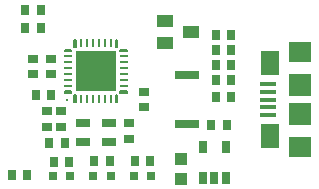
<source format=gtp>
G75*
%MOIN*%
%OFA0B0*%
%FSLAX25Y25*%
%IPPOS*%
%LPD*%
%AMOC8*
5,1,8,0,0,1.08239X$1,22.5*
%
%ADD10R,0.02756X0.03543*%
%ADD11R,0.03543X0.02756*%
%ADD12R,0.05512X0.03937*%
%ADD13R,0.03150X0.03150*%
%ADD14C,0.00551*%
%ADD15R,0.01102X0.02756*%
%ADD16R,0.02756X0.01102*%
%ADD17R,0.13780X0.13780*%
%ADD18R,0.00984X0.00984*%
%ADD19R,0.05000X0.02500*%
%ADD20R,0.04331X0.03937*%
%ADD21R,0.02717X0.03898*%
%ADD22R,0.05315X0.01575*%
%ADD23R,0.06299X0.08268*%
%ADD24R,0.07480X0.07087*%
%ADD25R,0.07480X0.07480*%
%ADD26R,0.07874X0.03150*%
D10*
X0051241Y0020250D03*
X0056359Y0020250D03*
X0065241Y0024750D03*
X0070359Y0024750D03*
X0078741Y0025000D03*
X0083859Y0025000D03*
X0092241Y0025000D03*
X0097359Y0025000D03*
X0117741Y0037000D03*
X0122859Y0037000D03*
X0124359Y0046500D03*
X0119241Y0046500D03*
X0119241Y0052000D03*
X0124359Y0052000D03*
X0124359Y0057000D03*
X0119241Y0057000D03*
X0119241Y0062000D03*
X0124359Y0062000D03*
X0124359Y0067000D03*
X0119241Y0067000D03*
X0064359Y0047000D03*
X0059241Y0047000D03*
X0063741Y0031000D03*
X0068859Y0031000D03*
X0060859Y0069500D03*
X0055741Y0069500D03*
X0055741Y0075500D03*
X0060859Y0075500D03*
D11*
X0058300Y0059059D03*
X0064300Y0059059D03*
X0064300Y0053941D03*
X0058300Y0053941D03*
X0063050Y0041559D03*
X0067800Y0041559D03*
X0067800Y0036441D03*
X0063050Y0036441D03*
X0090300Y0037559D03*
X0090300Y0032441D03*
X0095200Y0043041D03*
X0095200Y0048159D03*
D12*
X0102469Y0064260D03*
X0111131Y0068000D03*
X0102469Y0071740D03*
D13*
X0097753Y0020000D03*
X0091847Y0020000D03*
X0084253Y0020000D03*
X0078347Y0020000D03*
X0070753Y0020000D03*
X0064847Y0020000D03*
D14*
X0072686Y0044645D02*
X0072686Y0046851D01*
X0072686Y0044645D02*
X0072134Y0044645D01*
X0072134Y0046851D01*
X0072686Y0046851D01*
X0072686Y0045195D02*
X0072134Y0045195D01*
X0072134Y0045745D02*
X0072686Y0045745D01*
X0072686Y0046295D02*
X0072134Y0046295D01*
X0072134Y0046845D02*
X0072686Y0046845D01*
X0071151Y0047834D02*
X0071151Y0048386D01*
X0071151Y0047834D02*
X0068945Y0047834D01*
X0068945Y0048386D01*
X0071151Y0048386D01*
X0071151Y0048384D02*
X0068945Y0048384D01*
X0086466Y0046851D02*
X0086466Y0044645D01*
X0085914Y0044645D01*
X0085914Y0046851D01*
X0086466Y0046851D01*
X0086466Y0045195D02*
X0085914Y0045195D01*
X0085914Y0045745D02*
X0086466Y0045745D01*
X0086466Y0046295D02*
X0085914Y0046295D01*
X0085914Y0046845D02*
X0086466Y0046845D01*
X0089655Y0047834D02*
X0089655Y0048386D01*
X0089655Y0047834D02*
X0087449Y0047834D01*
X0087449Y0048386D01*
X0089655Y0048386D01*
X0089655Y0048384D02*
X0087449Y0048384D01*
X0089655Y0061614D02*
X0089655Y0062166D01*
X0089655Y0061614D02*
X0087449Y0061614D01*
X0087449Y0062166D01*
X0089655Y0062166D01*
X0089655Y0062164D02*
X0087449Y0062164D01*
X0086466Y0063149D02*
X0086466Y0065355D01*
X0086466Y0063149D02*
X0085914Y0063149D01*
X0085914Y0065355D01*
X0086466Y0065355D01*
X0086466Y0063699D02*
X0085914Y0063699D01*
X0085914Y0064249D02*
X0086466Y0064249D01*
X0086466Y0064799D02*
X0085914Y0064799D01*
X0085914Y0065349D02*
X0086466Y0065349D01*
X0072686Y0065355D02*
X0072686Y0063149D01*
X0072134Y0063149D01*
X0072134Y0065355D01*
X0072686Y0065355D01*
X0072686Y0063699D02*
X0072134Y0063699D01*
X0072134Y0064249D02*
X0072686Y0064249D01*
X0072686Y0064799D02*
X0072134Y0064799D01*
X0072134Y0065349D02*
X0072686Y0065349D01*
X0071151Y0062166D02*
X0071151Y0061614D01*
X0068945Y0061614D01*
X0068945Y0062166D01*
X0071151Y0062166D01*
X0071151Y0062164D02*
X0068945Y0062164D01*
D15*
X0074379Y0064252D03*
X0076347Y0064252D03*
X0078316Y0064252D03*
X0080284Y0064252D03*
X0082253Y0064252D03*
X0084221Y0064252D03*
X0084221Y0045748D03*
X0082253Y0045748D03*
X0080284Y0045748D03*
X0078316Y0045748D03*
X0076347Y0045748D03*
X0074379Y0045748D03*
D16*
X0070048Y0050079D03*
X0070048Y0052047D03*
X0070048Y0054016D03*
X0070048Y0055984D03*
X0070048Y0057953D03*
X0070048Y0059921D03*
X0088552Y0059921D03*
X0088552Y0057953D03*
X0088552Y0055984D03*
X0088552Y0054016D03*
X0088552Y0052047D03*
X0088552Y0050079D03*
D17*
X0079300Y0055000D03*
D18*
X0069792Y0045492D03*
D19*
X0075000Y0037800D03*
X0083600Y0037800D03*
X0083600Y0031200D03*
X0075000Y0031200D03*
D20*
X0107800Y0025846D03*
X0107800Y0019154D03*
D21*
X0115060Y0019421D03*
X0118800Y0019421D03*
X0122540Y0019421D03*
X0122540Y0029618D03*
X0115060Y0029618D03*
D22*
X0136769Y0040382D03*
X0136769Y0042941D03*
X0136769Y0045500D03*
X0136769Y0048059D03*
X0136769Y0050618D03*
D23*
X0137261Y0057705D03*
X0137261Y0033295D03*
D24*
X0147300Y0029752D03*
X0147300Y0061248D03*
D25*
X0147300Y0050224D03*
X0147300Y0040776D03*
D26*
X0109800Y0037232D03*
X0109800Y0053768D03*
M02*

</source>
